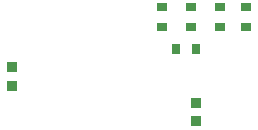
<source format=gbr>
G04 #@! TF.GenerationSoftware,KiCad,Pcbnew,(6.0.6-0)*
G04 #@! TF.CreationDate,2023-01-30T15:29:15-05:00*
G04 #@! TF.ProjectId,SNES2VGA,534e4553-3256-4474-912e-6b696361645f,1*
G04 #@! TF.SameCoordinates,Original*
G04 #@! TF.FileFunction,Paste,Top*
G04 #@! TF.FilePolarity,Positive*
%FSLAX46Y46*%
G04 Gerber Fmt 4.6, Leading zero omitted, Abs format (unit mm)*
G04 Created by KiCad (PCBNEW (6.0.6-0)) date 2023-01-30 15:29:15*
%MOMM*%
%LPD*%
G01*
G04 APERTURE LIST*
%ADD10R,0.970000X0.920000*%
%ADD11R,0.790000X0.930000*%
%ADD12R,0.930000X0.790000*%
G04 APERTURE END LIST*
D10*
X132430000Y-103275000D03*
X132430000Y-104825000D03*
X148060000Y-106310000D03*
X148060000Y-107860000D03*
D11*
X148000000Y-101730000D03*
X146360000Y-101730000D03*
D12*
X145130000Y-99840000D03*
X145130000Y-98200000D03*
X147560000Y-99840000D03*
X147560000Y-98200000D03*
X150010000Y-99840000D03*
X150010000Y-98200000D03*
X152270000Y-98200000D03*
X152270000Y-99840000D03*
M02*

</source>
